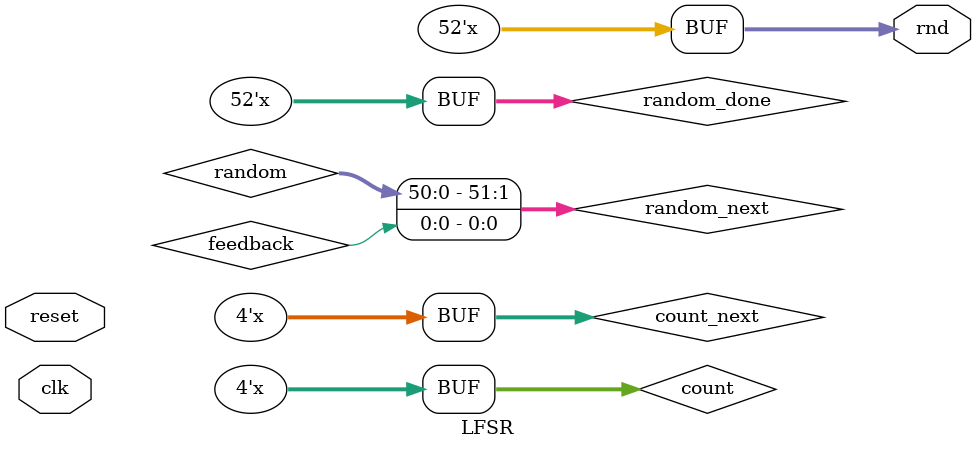
<source format=sv>
module LFSR (
	input clk,
	input reset,
	output [51:0] rnd 
);

	logic feedback = random[51] ^ random[3] ^ random[2] ^ random[0]; 

	logic[51:0] random, random_next, random_done;
	logic[3:0] count, count_next; //to keep track of the shifts

	always_ff @(posedge clk) begin
		if (reset) begin
			random <= 52'hF; //An LFSR cannot have an all 0 state, thus reset to FF
			count <= 0;
		end
		else begin
			random <= random_next;
			count <= count_next;
		end
	end

	always_comb begin
		random_next = random; //default state stays the same
		count_next = count;

		random_next = {random[50:0], feedback}; //shift left the xor'd every posedge clock
		count_next = count + 1;

		if (count == 52) begin
			count = 0;
			random_done = random; //assign the random number to output after 52 shifts
		end
 
	end


assign rnd = random_done;

endmodule

</source>
